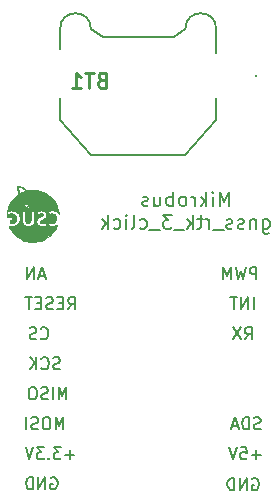
<source format=gbr>
%TF.GenerationSoftware,KiCad,Pcbnew,8.0.2*%
%TF.CreationDate,2024-07-30T13:46:02+02:00*%
%TF.ProjectId,lc29h_mikrobus_PCB,6c633239-685f-46d6-996b-726f6275735f,rev?*%
%TF.SameCoordinates,Original*%
%TF.FileFunction,Legend,Bot*%
%TF.FilePolarity,Positive*%
%FSLAX46Y46*%
G04 Gerber Fmt 4.6, Leading zero omitted, Abs format (unit mm)*
G04 Created by KiCad (PCBNEW 8.0.2) date 2024-07-30 13:46:02*
%MOMM*%
%LPD*%
G01*
G04 APERTURE LIST*
%ADD10C,0.150000*%
%ADD11C,0.180000*%
%ADD12C,0.254000*%
%ADD13C,0.010000*%
%ADD14C,0.200000*%
%ADD15C,0.100000*%
G04 APERTURE END LIST*
D10*
X146954904Y-92573438D02*
X147050142Y-92525819D01*
X147050142Y-92525819D02*
X147192999Y-92525819D01*
X147192999Y-92525819D02*
X147335856Y-92573438D01*
X147335856Y-92573438D02*
X147431094Y-92668676D01*
X147431094Y-92668676D02*
X147478713Y-92763914D01*
X147478713Y-92763914D02*
X147526332Y-92954390D01*
X147526332Y-92954390D02*
X147526332Y-93097247D01*
X147526332Y-93097247D02*
X147478713Y-93287723D01*
X147478713Y-93287723D02*
X147431094Y-93382961D01*
X147431094Y-93382961D02*
X147335856Y-93478200D01*
X147335856Y-93478200D02*
X147192999Y-93525819D01*
X147192999Y-93525819D02*
X147097761Y-93525819D01*
X147097761Y-93525819D02*
X146954904Y-93478200D01*
X146954904Y-93478200D02*
X146907285Y-93430580D01*
X146907285Y-93430580D02*
X146907285Y-93097247D01*
X146907285Y-93097247D02*
X147097761Y-93097247D01*
X146478713Y-93525819D02*
X146478713Y-92525819D01*
X146478713Y-92525819D02*
X145907285Y-93525819D01*
X145907285Y-93525819D02*
X145907285Y-92525819D01*
X145431094Y-93525819D02*
X145431094Y-92525819D01*
X145431094Y-92525819D02*
X145192999Y-92525819D01*
X145192999Y-92525819D02*
X145050142Y-92573438D01*
X145050142Y-92573438D02*
X144954904Y-92668676D01*
X144954904Y-92668676D02*
X144907285Y-92763914D01*
X144907285Y-92763914D02*
X144859666Y-92954390D01*
X144859666Y-92954390D02*
X144859666Y-93097247D01*
X144859666Y-93097247D02*
X144907285Y-93287723D01*
X144907285Y-93287723D02*
X144954904Y-93382961D01*
X144954904Y-93382961D02*
X145050142Y-93478200D01*
X145050142Y-93478200D02*
X145192999Y-93525819D01*
X145192999Y-93525819D02*
X145431094Y-93525819D01*
X129053666Y-80660580D02*
X129101285Y-80708200D01*
X129101285Y-80708200D02*
X129244142Y-80755819D01*
X129244142Y-80755819D02*
X129339380Y-80755819D01*
X129339380Y-80755819D02*
X129482237Y-80708200D01*
X129482237Y-80708200D02*
X129577475Y-80612961D01*
X129577475Y-80612961D02*
X129625094Y-80517723D01*
X129625094Y-80517723D02*
X129672713Y-80327247D01*
X129672713Y-80327247D02*
X129672713Y-80184390D01*
X129672713Y-80184390D02*
X129625094Y-79993914D01*
X129625094Y-79993914D02*
X129577475Y-79898676D01*
X129577475Y-79898676D02*
X129482237Y-79803438D01*
X129482237Y-79803438D02*
X129339380Y-79755819D01*
X129339380Y-79755819D02*
X129244142Y-79755819D01*
X129244142Y-79755819D02*
X129101285Y-79803438D01*
X129101285Y-79803438D02*
X129053666Y-79851057D01*
X128672713Y-80708200D02*
X128529856Y-80755819D01*
X128529856Y-80755819D02*
X128291761Y-80755819D01*
X128291761Y-80755819D02*
X128196523Y-80708200D01*
X128196523Y-80708200D02*
X128148904Y-80660580D01*
X128148904Y-80660580D02*
X128101285Y-80565342D01*
X128101285Y-80565342D02*
X128101285Y-80470104D01*
X128101285Y-80470104D02*
X128148904Y-80374866D01*
X128148904Y-80374866D02*
X128196523Y-80327247D01*
X128196523Y-80327247D02*
X128291761Y-80279628D01*
X128291761Y-80279628D02*
X128482237Y-80232009D01*
X128482237Y-80232009D02*
X128577475Y-80184390D01*
X128577475Y-80184390D02*
X128625094Y-80136771D01*
X128625094Y-80136771D02*
X128672713Y-80041533D01*
X128672713Y-80041533D02*
X128672713Y-79946295D01*
X128672713Y-79946295D02*
X128625094Y-79851057D01*
X128625094Y-79851057D02*
X128577475Y-79803438D01*
X128577475Y-79803438D02*
X128482237Y-79755819D01*
X128482237Y-79755819D02*
X128244142Y-79755819D01*
X128244142Y-79755819D02*
X128101285Y-79803438D01*
X147309761Y-75675819D02*
X147309761Y-74675819D01*
X147309761Y-74675819D02*
X146928809Y-74675819D01*
X146928809Y-74675819D02*
X146833571Y-74723438D01*
X146833571Y-74723438D02*
X146785952Y-74771057D01*
X146785952Y-74771057D02*
X146738333Y-74866295D01*
X146738333Y-74866295D02*
X146738333Y-75009152D01*
X146738333Y-75009152D02*
X146785952Y-75104390D01*
X146785952Y-75104390D02*
X146833571Y-75152009D01*
X146833571Y-75152009D02*
X146928809Y-75199628D01*
X146928809Y-75199628D02*
X147309761Y-75199628D01*
X146404999Y-74675819D02*
X146166904Y-75675819D01*
X146166904Y-75675819D02*
X145976428Y-74961533D01*
X145976428Y-74961533D02*
X145785952Y-75675819D01*
X145785952Y-75675819D02*
X145547857Y-74675819D01*
X145166904Y-75675819D02*
X145166904Y-74675819D01*
X145166904Y-74675819D02*
X144833571Y-75390104D01*
X144833571Y-75390104D02*
X144500238Y-74675819D01*
X144500238Y-74675819D02*
X144500238Y-75675819D01*
X147063761Y-78215819D02*
X147063761Y-77215819D01*
X146587571Y-78215819D02*
X146587571Y-77215819D01*
X146587571Y-77215819D02*
X146016143Y-78215819D01*
X146016143Y-78215819D02*
X146016143Y-77215819D01*
X145682809Y-77215819D02*
X145111381Y-77215819D01*
X145397095Y-78215819D02*
X145397095Y-77215819D01*
X131220427Y-85835819D02*
X131220427Y-84835819D01*
X131220427Y-84835819D02*
X130887094Y-85550104D01*
X130887094Y-85550104D02*
X130553761Y-84835819D01*
X130553761Y-84835819D02*
X130553761Y-85835819D01*
X130077570Y-85835819D02*
X130077570Y-84835819D01*
X129648999Y-85788200D02*
X129506142Y-85835819D01*
X129506142Y-85835819D02*
X129268047Y-85835819D01*
X129268047Y-85835819D02*
X129172809Y-85788200D01*
X129172809Y-85788200D02*
X129125190Y-85740580D01*
X129125190Y-85740580D02*
X129077571Y-85645342D01*
X129077571Y-85645342D02*
X129077571Y-85550104D01*
X129077571Y-85550104D02*
X129125190Y-85454866D01*
X129125190Y-85454866D02*
X129172809Y-85407247D01*
X129172809Y-85407247D02*
X129268047Y-85359628D01*
X129268047Y-85359628D02*
X129458523Y-85312009D01*
X129458523Y-85312009D02*
X129553761Y-85264390D01*
X129553761Y-85264390D02*
X129601380Y-85216771D01*
X129601380Y-85216771D02*
X129648999Y-85121533D01*
X129648999Y-85121533D02*
X129648999Y-85026295D01*
X129648999Y-85026295D02*
X129601380Y-84931057D01*
X129601380Y-84931057D02*
X129553761Y-84883438D01*
X129553761Y-84883438D02*
X129458523Y-84835819D01*
X129458523Y-84835819D02*
X129220428Y-84835819D01*
X129220428Y-84835819D02*
X129077571Y-84883438D01*
X128458523Y-84835819D02*
X128268047Y-84835819D01*
X128268047Y-84835819D02*
X128172809Y-84883438D01*
X128172809Y-84883438D02*
X128077571Y-84978676D01*
X128077571Y-84978676D02*
X128029952Y-85169152D01*
X128029952Y-85169152D02*
X128029952Y-85502485D01*
X128029952Y-85502485D02*
X128077571Y-85692961D01*
X128077571Y-85692961D02*
X128172809Y-85788200D01*
X128172809Y-85788200D02*
X128268047Y-85835819D01*
X128268047Y-85835819D02*
X128458523Y-85835819D01*
X128458523Y-85835819D02*
X128553761Y-85788200D01*
X128553761Y-85788200D02*
X128648999Y-85692961D01*
X128648999Y-85692961D02*
X128696618Y-85502485D01*
X128696618Y-85502485D02*
X128696618Y-85169152D01*
X128696618Y-85169152D02*
X128648999Y-84978676D01*
X128648999Y-84978676D02*
X128553761Y-84883438D01*
X128553761Y-84883438D02*
X128458523Y-84835819D01*
X130966427Y-88375819D02*
X130966427Y-87375819D01*
X130966427Y-87375819D02*
X130633094Y-88090104D01*
X130633094Y-88090104D02*
X130299761Y-87375819D01*
X130299761Y-87375819D02*
X130299761Y-88375819D01*
X129633094Y-87375819D02*
X129442618Y-87375819D01*
X129442618Y-87375819D02*
X129347380Y-87423438D01*
X129347380Y-87423438D02*
X129252142Y-87518676D01*
X129252142Y-87518676D02*
X129204523Y-87709152D01*
X129204523Y-87709152D02*
X129204523Y-88042485D01*
X129204523Y-88042485D02*
X129252142Y-88232961D01*
X129252142Y-88232961D02*
X129347380Y-88328200D01*
X129347380Y-88328200D02*
X129442618Y-88375819D01*
X129442618Y-88375819D02*
X129633094Y-88375819D01*
X129633094Y-88375819D02*
X129728332Y-88328200D01*
X129728332Y-88328200D02*
X129823570Y-88232961D01*
X129823570Y-88232961D02*
X129871189Y-88042485D01*
X129871189Y-88042485D02*
X129871189Y-87709152D01*
X129871189Y-87709152D02*
X129823570Y-87518676D01*
X129823570Y-87518676D02*
X129728332Y-87423438D01*
X129728332Y-87423438D02*
X129633094Y-87375819D01*
X128823570Y-88328200D02*
X128680713Y-88375819D01*
X128680713Y-88375819D02*
X128442618Y-88375819D01*
X128442618Y-88375819D02*
X128347380Y-88328200D01*
X128347380Y-88328200D02*
X128299761Y-88280580D01*
X128299761Y-88280580D02*
X128252142Y-88185342D01*
X128252142Y-88185342D02*
X128252142Y-88090104D01*
X128252142Y-88090104D02*
X128299761Y-87994866D01*
X128299761Y-87994866D02*
X128347380Y-87947247D01*
X128347380Y-87947247D02*
X128442618Y-87899628D01*
X128442618Y-87899628D02*
X128633094Y-87852009D01*
X128633094Y-87852009D02*
X128728332Y-87804390D01*
X128728332Y-87804390D02*
X128775951Y-87756771D01*
X128775951Y-87756771D02*
X128823570Y-87661533D01*
X128823570Y-87661533D02*
X128823570Y-87566295D01*
X128823570Y-87566295D02*
X128775951Y-87471057D01*
X128775951Y-87471057D02*
X128728332Y-87423438D01*
X128728332Y-87423438D02*
X128633094Y-87375819D01*
X128633094Y-87375819D02*
X128394999Y-87375819D01*
X128394999Y-87375819D02*
X128252142Y-87423438D01*
X127823570Y-88375819D02*
X127823570Y-87375819D01*
X129394904Y-75390104D02*
X128918714Y-75390104D01*
X129490142Y-75675819D02*
X129156809Y-74675819D01*
X129156809Y-74675819D02*
X128823476Y-75675819D01*
X128490142Y-75675819D02*
X128490142Y-74675819D01*
X128490142Y-74675819D02*
X127918714Y-75675819D01*
X127918714Y-75675819D02*
X127918714Y-74675819D01*
X147678713Y-90534866D02*
X146916809Y-90534866D01*
X147297761Y-90915819D02*
X147297761Y-90153914D01*
X145964428Y-89915819D02*
X146440618Y-89915819D01*
X146440618Y-89915819D02*
X146488237Y-90392009D01*
X146488237Y-90392009D02*
X146440618Y-90344390D01*
X146440618Y-90344390D02*
X146345380Y-90296771D01*
X146345380Y-90296771D02*
X146107285Y-90296771D01*
X146107285Y-90296771D02*
X146012047Y-90344390D01*
X146012047Y-90344390D02*
X145964428Y-90392009D01*
X145964428Y-90392009D02*
X145916809Y-90487247D01*
X145916809Y-90487247D02*
X145916809Y-90725342D01*
X145916809Y-90725342D02*
X145964428Y-90820580D01*
X145964428Y-90820580D02*
X146012047Y-90868200D01*
X146012047Y-90868200D02*
X146107285Y-90915819D01*
X146107285Y-90915819D02*
X146345380Y-90915819D01*
X146345380Y-90915819D02*
X146440618Y-90868200D01*
X146440618Y-90868200D02*
X146488237Y-90820580D01*
X145631094Y-89915819D02*
X145297761Y-90915819D01*
X145297761Y-90915819D02*
X144964428Y-89915819D01*
X130680713Y-83248200D02*
X130537856Y-83295819D01*
X130537856Y-83295819D02*
X130299761Y-83295819D01*
X130299761Y-83295819D02*
X130204523Y-83248200D01*
X130204523Y-83248200D02*
X130156904Y-83200580D01*
X130156904Y-83200580D02*
X130109285Y-83105342D01*
X130109285Y-83105342D02*
X130109285Y-83010104D01*
X130109285Y-83010104D02*
X130156904Y-82914866D01*
X130156904Y-82914866D02*
X130204523Y-82867247D01*
X130204523Y-82867247D02*
X130299761Y-82819628D01*
X130299761Y-82819628D02*
X130490237Y-82772009D01*
X130490237Y-82772009D02*
X130585475Y-82724390D01*
X130585475Y-82724390D02*
X130633094Y-82676771D01*
X130633094Y-82676771D02*
X130680713Y-82581533D01*
X130680713Y-82581533D02*
X130680713Y-82486295D01*
X130680713Y-82486295D02*
X130633094Y-82391057D01*
X130633094Y-82391057D02*
X130585475Y-82343438D01*
X130585475Y-82343438D02*
X130490237Y-82295819D01*
X130490237Y-82295819D02*
X130252142Y-82295819D01*
X130252142Y-82295819D02*
X130109285Y-82343438D01*
X129109285Y-83200580D02*
X129156904Y-83248200D01*
X129156904Y-83248200D02*
X129299761Y-83295819D01*
X129299761Y-83295819D02*
X129394999Y-83295819D01*
X129394999Y-83295819D02*
X129537856Y-83248200D01*
X129537856Y-83248200D02*
X129633094Y-83152961D01*
X129633094Y-83152961D02*
X129680713Y-83057723D01*
X129680713Y-83057723D02*
X129728332Y-82867247D01*
X129728332Y-82867247D02*
X129728332Y-82724390D01*
X129728332Y-82724390D02*
X129680713Y-82533914D01*
X129680713Y-82533914D02*
X129633094Y-82438676D01*
X129633094Y-82438676D02*
X129537856Y-82343438D01*
X129537856Y-82343438D02*
X129394999Y-82295819D01*
X129394999Y-82295819D02*
X129299761Y-82295819D01*
X129299761Y-82295819D02*
X129156904Y-82343438D01*
X129156904Y-82343438D02*
X129109285Y-82391057D01*
X128680713Y-83295819D02*
X128680713Y-82295819D01*
X128109285Y-83295819D02*
X128537856Y-82724390D01*
X128109285Y-82295819D02*
X128680713Y-82867247D01*
X146325666Y-80755819D02*
X146658999Y-80279628D01*
X146897094Y-80755819D02*
X146897094Y-79755819D01*
X146897094Y-79755819D02*
X146516142Y-79755819D01*
X146516142Y-79755819D02*
X146420904Y-79803438D01*
X146420904Y-79803438D02*
X146373285Y-79851057D01*
X146373285Y-79851057D02*
X146325666Y-79946295D01*
X146325666Y-79946295D02*
X146325666Y-80089152D01*
X146325666Y-80089152D02*
X146373285Y-80184390D01*
X146373285Y-80184390D02*
X146420904Y-80232009D01*
X146420904Y-80232009D02*
X146516142Y-80279628D01*
X146516142Y-80279628D02*
X146897094Y-80279628D01*
X145992332Y-79755819D02*
X145325666Y-80755819D01*
X145325666Y-79755819D02*
X145992332Y-80755819D01*
D11*
X144990142Y-69466816D02*
X144990142Y-68266816D01*
X144990142Y-68266816D02*
X144590142Y-69123959D01*
X144590142Y-69123959D02*
X144190142Y-68266816D01*
X144190142Y-68266816D02*
X144190142Y-69466816D01*
X143618713Y-69466816D02*
X143618713Y-68666816D01*
X143618713Y-68266816D02*
X143675856Y-68323959D01*
X143675856Y-68323959D02*
X143618713Y-68381102D01*
X143618713Y-68381102D02*
X143561570Y-68323959D01*
X143561570Y-68323959D02*
X143618713Y-68266816D01*
X143618713Y-68266816D02*
X143618713Y-68381102D01*
X143047284Y-69466816D02*
X143047284Y-68266816D01*
X142932999Y-69009674D02*
X142590141Y-69466816D01*
X142590141Y-68666816D02*
X143047284Y-69123959D01*
X142075855Y-69466816D02*
X142075855Y-68666816D01*
X142075855Y-68895388D02*
X142018712Y-68781102D01*
X142018712Y-68781102D02*
X141961570Y-68723959D01*
X141961570Y-68723959D02*
X141847284Y-68666816D01*
X141847284Y-68666816D02*
X141732998Y-68666816D01*
X141161570Y-69466816D02*
X141275855Y-69409674D01*
X141275855Y-69409674D02*
X141332998Y-69352531D01*
X141332998Y-69352531D02*
X141390141Y-69238245D01*
X141390141Y-69238245D02*
X141390141Y-68895388D01*
X141390141Y-68895388D02*
X141332998Y-68781102D01*
X141332998Y-68781102D02*
X141275855Y-68723959D01*
X141275855Y-68723959D02*
X141161570Y-68666816D01*
X141161570Y-68666816D02*
X140990141Y-68666816D01*
X140990141Y-68666816D02*
X140875855Y-68723959D01*
X140875855Y-68723959D02*
X140818713Y-68781102D01*
X140818713Y-68781102D02*
X140761570Y-68895388D01*
X140761570Y-68895388D02*
X140761570Y-69238245D01*
X140761570Y-69238245D02*
X140818713Y-69352531D01*
X140818713Y-69352531D02*
X140875855Y-69409674D01*
X140875855Y-69409674D02*
X140990141Y-69466816D01*
X140990141Y-69466816D02*
X141161570Y-69466816D01*
X140247284Y-69466816D02*
X140247284Y-68266816D01*
X140247284Y-68723959D02*
X140132999Y-68666816D01*
X140132999Y-68666816D02*
X139904427Y-68666816D01*
X139904427Y-68666816D02*
X139790141Y-68723959D01*
X139790141Y-68723959D02*
X139732999Y-68781102D01*
X139732999Y-68781102D02*
X139675856Y-68895388D01*
X139675856Y-68895388D02*
X139675856Y-69238245D01*
X139675856Y-69238245D02*
X139732999Y-69352531D01*
X139732999Y-69352531D02*
X139790141Y-69409674D01*
X139790141Y-69409674D02*
X139904427Y-69466816D01*
X139904427Y-69466816D02*
X140132999Y-69466816D01*
X140132999Y-69466816D02*
X140247284Y-69409674D01*
X138647285Y-68666816D02*
X138647285Y-69466816D01*
X139161570Y-68666816D02*
X139161570Y-69295388D01*
X139161570Y-69295388D02*
X139104427Y-69409674D01*
X139104427Y-69409674D02*
X138990142Y-69466816D01*
X138990142Y-69466816D02*
X138818713Y-69466816D01*
X138818713Y-69466816D02*
X138704427Y-69409674D01*
X138704427Y-69409674D02*
X138647285Y-69352531D01*
X138132999Y-69409674D02*
X138018713Y-69466816D01*
X138018713Y-69466816D02*
X137790142Y-69466816D01*
X137790142Y-69466816D02*
X137675856Y-69409674D01*
X137675856Y-69409674D02*
X137618713Y-69295388D01*
X137618713Y-69295388D02*
X137618713Y-69238245D01*
X137618713Y-69238245D02*
X137675856Y-69123959D01*
X137675856Y-69123959D02*
X137790142Y-69066816D01*
X137790142Y-69066816D02*
X137961571Y-69066816D01*
X137961571Y-69066816D02*
X138075856Y-69009674D01*
X138075856Y-69009674D02*
X138132999Y-68895388D01*
X138132999Y-68895388D02*
X138132999Y-68838245D01*
X138132999Y-68838245D02*
X138075856Y-68723959D01*
X138075856Y-68723959D02*
X137961571Y-68666816D01*
X137961571Y-68666816D02*
X137790142Y-68666816D01*
X137790142Y-68666816D02*
X137675856Y-68723959D01*
X147847286Y-70598749D02*
X147847286Y-71570178D01*
X147847286Y-71570178D02*
X147904428Y-71684464D01*
X147904428Y-71684464D02*
X147961571Y-71741607D01*
X147961571Y-71741607D02*
X148075857Y-71798749D01*
X148075857Y-71798749D02*
X148247286Y-71798749D01*
X148247286Y-71798749D02*
X148361571Y-71741607D01*
X147847286Y-71341607D02*
X147961571Y-71398749D01*
X147961571Y-71398749D02*
X148190143Y-71398749D01*
X148190143Y-71398749D02*
X148304428Y-71341607D01*
X148304428Y-71341607D02*
X148361571Y-71284464D01*
X148361571Y-71284464D02*
X148418714Y-71170178D01*
X148418714Y-71170178D02*
X148418714Y-70827321D01*
X148418714Y-70827321D02*
X148361571Y-70713035D01*
X148361571Y-70713035D02*
X148304428Y-70655892D01*
X148304428Y-70655892D02*
X148190143Y-70598749D01*
X148190143Y-70598749D02*
X147961571Y-70598749D01*
X147961571Y-70598749D02*
X147847286Y-70655892D01*
X147275857Y-70598749D02*
X147275857Y-71398749D01*
X147275857Y-70713035D02*
X147218714Y-70655892D01*
X147218714Y-70655892D02*
X147104429Y-70598749D01*
X147104429Y-70598749D02*
X146933000Y-70598749D01*
X146933000Y-70598749D02*
X146818714Y-70655892D01*
X146818714Y-70655892D02*
X146761572Y-70770178D01*
X146761572Y-70770178D02*
X146761572Y-71398749D01*
X146247286Y-71341607D02*
X146133000Y-71398749D01*
X146133000Y-71398749D02*
X145904429Y-71398749D01*
X145904429Y-71398749D02*
X145790143Y-71341607D01*
X145790143Y-71341607D02*
X145733000Y-71227321D01*
X145733000Y-71227321D02*
X145733000Y-71170178D01*
X145733000Y-71170178D02*
X145790143Y-71055892D01*
X145790143Y-71055892D02*
X145904429Y-70998749D01*
X145904429Y-70998749D02*
X146075858Y-70998749D01*
X146075858Y-70998749D02*
X146190143Y-70941607D01*
X146190143Y-70941607D02*
X146247286Y-70827321D01*
X146247286Y-70827321D02*
X146247286Y-70770178D01*
X146247286Y-70770178D02*
X146190143Y-70655892D01*
X146190143Y-70655892D02*
X146075858Y-70598749D01*
X146075858Y-70598749D02*
X145904429Y-70598749D01*
X145904429Y-70598749D02*
X145790143Y-70655892D01*
X145275857Y-71341607D02*
X145161571Y-71398749D01*
X145161571Y-71398749D02*
X144933000Y-71398749D01*
X144933000Y-71398749D02*
X144818714Y-71341607D01*
X144818714Y-71341607D02*
X144761571Y-71227321D01*
X144761571Y-71227321D02*
X144761571Y-71170178D01*
X144761571Y-71170178D02*
X144818714Y-71055892D01*
X144818714Y-71055892D02*
X144933000Y-70998749D01*
X144933000Y-70998749D02*
X145104429Y-70998749D01*
X145104429Y-70998749D02*
X145218714Y-70941607D01*
X145218714Y-70941607D02*
X145275857Y-70827321D01*
X145275857Y-70827321D02*
X145275857Y-70770178D01*
X145275857Y-70770178D02*
X145218714Y-70655892D01*
X145218714Y-70655892D02*
X145104429Y-70598749D01*
X145104429Y-70598749D02*
X144933000Y-70598749D01*
X144933000Y-70598749D02*
X144818714Y-70655892D01*
X144533000Y-71513035D02*
X143618714Y-71513035D01*
X143332999Y-71398749D02*
X143332999Y-70598749D01*
X143332999Y-70827321D02*
X143275856Y-70713035D01*
X143275856Y-70713035D02*
X143218714Y-70655892D01*
X143218714Y-70655892D02*
X143104428Y-70598749D01*
X143104428Y-70598749D02*
X142990142Y-70598749D01*
X142761571Y-70598749D02*
X142304428Y-70598749D01*
X142590142Y-70198749D02*
X142590142Y-71227321D01*
X142590142Y-71227321D02*
X142532999Y-71341607D01*
X142532999Y-71341607D02*
X142418714Y-71398749D01*
X142418714Y-71398749D02*
X142304428Y-71398749D01*
X141904428Y-71398749D02*
X141904428Y-70198749D01*
X141790143Y-70941607D02*
X141447285Y-71398749D01*
X141447285Y-70598749D02*
X141904428Y-71055892D01*
X141218714Y-71513035D02*
X140304428Y-71513035D01*
X140132999Y-70198749D02*
X139390142Y-70198749D01*
X139390142Y-70198749D02*
X139790142Y-70655892D01*
X139790142Y-70655892D02*
X139618713Y-70655892D01*
X139618713Y-70655892D02*
X139504428Y-70713035D01*
X139504428Y-70713035D02*
X139447285Y-70770178D01*
X139447285Y-70770178D02*
X139390142Y-70884464D01*
X139390142Y-70884464D02*
X139390142Y-71170178D01*
X139390142Y-71170178D02*
X139447285Y-71284464D01*
X139447285Y-71284464D02*
X139504428Y-71341607D01*
X139504428Y-71341607D02*
X139618713Y-71398749D01*
X139618713Y-71398749D02*
X139961570Y-71398749D01*
X139961570Y-71398749D02*
X140075856Y-71341607D01*
X140075856Y-71341607D02*
X140132999Y-71284464D01*
X139161571Y-71513035D02*
X138247285Y-71513035D01*
X137447285Y-71341607D02*
X137561570Y-71398749D01*
X137561570Y-71398749D02*
X137790142Y-71398749D01*
X137790142Y-71398749D02*
X137904427Y-71341607D01*
X137904427Y-71341607D02*
X137961570Y-71284464D01*
X137961570Y-71284464D02*
X138018713Y-71170178D01*
X138018713Y-71170178D02*
X138018713Y-70827321D01*
X138018713Y-70827321D02*
X137961570Y-70713035D01*
X137961570Y-70713035D02*
X137904427Y-70655892D01*
X137904427Y-70655892D02*
X137790142Y-70598749D01*
X137790142Y-70598749D02*
X137561570Y-70598749D01*
X137561570Y-70598749D02*
X137447285Y-70655892D01*
X136761571Y-71398749D02*
X136875856Y-71341607D01*
X136875856Y-71341607D02*
X136932999Y-71227321D01*
X136932999Y-71227321D02*
X136932999Y-70198749D01*
X136304428Y-71398749D02*
X136304428Y-70598749D01*
X136304428Y-70198749D02*
X136361571Y-70255892D01*
X136361571Y-70255892D02*
X136304428Y-70313035D01*
X136304428Y-70313035D02*
X136247285Y-70255892D01*
X136247285Y-70255892D02*
X136304428Y-70198749D01*
X136304428Y-70198749D02*
X136304428Y-70313035D01*
X135218714Y-71341607D02*
X135332999Y-71398749D01*
X135332999Y-71398749D02*
X135561571Y-71398749D01*
X135561571Y-71398749D02*
X135675856Y-71341607D01*
X135675856Y-71341607D02*
X135732999Y-71284464D01*
X135732999Y-71284464D02*
X135790142Y-71170178D01*
X135790142Y-71170178D02*
X135790142Y-70827321D01*
X135790142Y-70827321D02*
X135732999Y-70713035D01*
X135732999Y-70713035D02*
X135675856Y-70655892D01*
X135675856Y-70655892D02*
X135561571Y-70598749D01*
X135561571Y-70598749D02*
X135332999Y-70598749D01*
X135332999Y-70598749D02*
X135218714Y-70655892D01*
X134704428Y-71398749D02*
X134704428Y-70198749D01*
X134590143Y-70941607D02*
X134247285Y-71398749D01*
X134247285Y-70598749D02*
X134704428Y-71055892D01*
D10*
X129902904Y-92503438D02*
X129998142Y-92455819D01*
X129998142Y-92455819D02*
X130140999Y-92455819D01*
X130140999Y-92455819D02*
X130283856Y-92503438D01*
X130283856Y-92503438D02*
X130379094Y-92598676D01*
X130379094Y-92598676D02*
X130426713Y-92693914D01*
X130426713Y-92693914D02*
X130474332Y-92884390D01*
X130474332Y-92884390D02*
X130474332Y-93027247D01*
X130474332Y-93027247D02*
X130426713Y-93217723D01*
X130426713Y-93217723D02*
X130379094Y-93312961D01*
X130379094Y-93312961D02*
X130283856Y-93408200D01*
X130283856Y-93408200D02*
X130140999Y-93455819D01*
X130140999Y-93455819D02*
X130045761Y-93455819D01*
X130045761Y-93455819D02*
X129902904Y-93408200D01*
X129902904Y-93408200D02*
X129855285Y-93360580D01*
X129855285Y-93360580D02*
X129855285Y-93027247D01*
X129855285Y-93027247D02*
X130045761Y-93027247D01*
X129426713Y-93455819D02*
X129426713Y-92455819D01*
X129426713Y-92455819D02*
X128855285Y-93455819D01*
X128855285Y-93455819D02*
X128855285Y-92455819D01*
X128379094Y-93455819D02*
X128379094Y-92455819D01*
X128379094Y-92455819D02*
X128140999Y-92455819D01*
X128140999Y-92455819D02*
X127998142Y-92503438D01*
X127998142Y-92503438D02*
X127902904Y-92598676D01*
X127902904Y-92598676D02*
X127855285Y-92693914D01*
X127855285Y-92693914D02*
X127807666Y-92884390D01*
X127807666Y-92884390D02*
X127807666Y-93027247D01*
X127807666Y-93027247D02*
X127855285Y-93217723D01*
X127855285Y-93217723D02*
X127902904Y-93312961D01*
X127902904Y-93312961D02*
X127998142Y-93408200D01*
X127998142Y-93408200D02*
X128140999Y-93455819D01*
X128140999Y-93455819D02*
X128379094Y-93455819D01*
X131355381Y-78215819D02*
X131688714Y-77739628D01*
X131926809Y-78215819D02*
X131926809Y-77215819D01*
X131926809Y-77215819D02*
X131545857Y-77215819D01*
X131545857Y-77215819D02*
X131450619Y-77263438D01*
X131450619Y-77263438D02*
X131403000Y-77311057D01*
X131403000Y-77311057D02*
X131355381Y-77406295D01*
X131355381Y-77406295D02*
X131355381Y-77549152D01*
X131355381Y-77549152D02*
X131403000Y-77644390D01*
X131403000Y-77644390D02*
X131450619Y-77692009D01*
X131450619Y-77692009D02*
X131545857Y-77739628D01*
X131545857Y-77739628D02*
X131926809Y-77739628D01*
X130926809Y-77692009D02*
X130593476Y-77692009D01*
X130450619Y-78215819D02*
X130926809Y-78215819D01*
X130926809Y-78215819D02*
X130926809Y-77215819D01*
X130926809Y-77215819D02*
X130450619Y-77215819D01*
X130069666Y-78168200D02*
X129926809Y-78215819D01*
X129926809Y-78215819D02*
X129688714Y-78215819D01*
X129688714Y-78215819D02*
X129593476Y-78168200D01*
X129593476Y-78168200D02*
X129545857Y-78120580D01*
X129545857Y-78120580D02*
X129498238Y-78025342D01*
X129498238Y-78025342D02*
X129498238Y-77930104D01*
X129498238Y-77930104D02*
X129545857Y-77834866D01*
X129545857Y-77834866D02*
X129593476Y-77787247D01*
X129593476Y-77787247D02*
X129688714Y-77739628D01*
X129688714Y-77739628D02*
X129879190Y-77692009D01*
X129879190Y-77692009D02*
X129974428Y-77644390D01*
X129974428Y-77644390D02*
X130022047Y-77596771D01*
X130022047Y-77596771D02*
X130069666Y-77501533D01*
X130069666Y-77501533D02*
X130069666Y-77406295D01*
X130069666Y-77406295D02*
X130022047Y-77311057D01*
X130022047Y-77311057D02*
X129974428Y-77263438D01*
X129974428Y-77263438D02*
X129879190Y-77215819D01*
X129879190Y-77215819D02*
X129641095Y-77215819D01*
X129641095Y-77215819D02*
X129498238Y-77263438D01*
X129069666Y-77692009D02*
X128736333Y-77692009D01*
X128593476Y-78215819D02*
X129069666Y-78215819D01*
X129069666Y-78215819D02*
X129069666Y-77215819D01*
X129069666Y-77215819D02*
X128593476Y-77215819D01*
X128307761Y-77215819D02*
X127736333Y-77215819D01*
X128022047Y-78215819D02*
X128022047Y-77215819D01*
X147657285Y-88328200D02*
X147514428Y-88375819D01*
X147514428Y-88375819D02*
X147276333Y-88375819D01*
X147276333Y-88375819D02*
X147181095Y-88328200D01*
X147181095Y-88328200D02*
X147133476Y-88280580D01*
X147133476Y-88280580D02*
X147085857Y-88185342D01*
X147085857Y-88185342D02*
X147085857Y-88090104D01*
X147085857Y-88090104D02*
X147133476Y-87994866D01*
X147133476Y-87994866D02*
X147181095Y-87947247D01*
X147181095Y-87947247D02*
X147276333Y-87899628D01*
X147276333Y-87899628D02*
X147466809Y-87852009D01*
X147466809Y-87852009D02*
X147562047Y-87804390D01*
X147562047Y-87804390D02*
X147609666Y-87756771D01*
X147609666Y-87756771D02*
X147657285Y-87661533D01*
X147657285Y-87661533D02*
X147657285Y-87566295D01*
X147657285Y-87566295D02*
X147609666Y-87471057D01*
X147609666Y-87471057D02*
X147562047Y-87423438D01*
X147562047Y-87423438D02*
X147466809Y-87375819D01*
X147466809Y-87375819D02*
X147228714Y-87375819D01*
X147228714Y-87375819D02*
X147085857Y-87423438D01*
X146657285Y-88375819D02*
X146657285Y-87375819D01*
X146657285Y-87375819D02*
X146419190Y-87375819D01*
X146419190Y-87375819D02*
X146276333Y-87423438D01*
X146276333Y-87423438D02*
X146181095Y-87518676D01*
X146181095Y-87518676D02*
X146133476Y-87613914D01*
X146133476Y-87613914D02*
X146085857Y-87804390D01*
X146085857Y-87804390D02*
X146085857Y-87947247D01*
X146085857Y-87947247D02*
X146133476Y-88137723D01*
X146133476Y-88137723D02*
X146181095Y-88232961D01*
X146181095Y-88232961D02*
X146276333Y-88328200D01*
X146276333Y-88328200D02*
X146419190Y-88375819D01*
X146419190Y-88375819D02*
X146657285Y-88375819D01*
X145704904Y-88090104D02*
X145228714Y-88090104D01*
X145800142Y-88375819D02*
X145466809Y-87375819D01*
X145466809Y-87375819D02*
X145133476Y-88375819D01*
X131902999Y-90534866D02*
X131141095Y-90534866D01*
X131522047Y-90915819D02*
X131522047Y-90153914D01*
X130760142Y-89915819D02*
X130141095Y-89915819D01*
X130141095Y-89915819D02*
X130474428Y-90296771D01*
X130474428Y-90296771D02*
X130331571Y-90296771D01*
X130331571Y-90296771D02*
X130236333Y-90344390D01*
X130236333Y-90344390D02*
X130188714Y-90392009D01*
X130188714Y-90392009D02*
X130141095Y-90487247D01*
X130141095Y-90487247D02*
X130141095Y-90725342D01*
X130141095Y-90725342D02*
X130188714Y-90820580D01*
X130188714Y-90820580D02*
X130236333Y-90868200D01*
X130236333Y-90868200D02*
X130331571Y-90915819D01*
X130331571Y-90915819D02*
X130617285Y-90915819D01*
X130617285Y-90915819D02*
X130712523Y-90868200D01*
X130712523Y-90868200D02*
X130760142Y-90820580D01*
X129712523Y-90820580D02*
X129664904Y-90868200D01*
X129664904Y-90868200D02*
X129712523Y-90915819D01*
X129712523Y-90915819D02*
X129760142Y-90868200D01*
X129760142Y-90868200D02*
X129712523Y-90820580D01*
X129712523Y-90820580D02*
X129712523Y-90915819D01*
X129331571Y-89915819D02*
X128712524Y-89915819D01*
X128712524Y-89915819D02*
X129045857Y-90296771D01*
X129045857Y-90296771D02*
X128903000Y-90296771D01*
X128903000Y-90296771D02*
X128807762Y-90344390D01*
X128807762Y-90344390D02*
X128760143Y-90392009D01*
X128760143Y-90392009D02*
X128712524Y-90487247D01*
X128712524Y-90487247D02*
X128712524Y-90725342D01*
X128712524Y-90725342D02*
X128760143Y-90820580D01*
X128760143Y-90820580D02*
X128807762Y-90868200D01*
X128807762Y-90868200D02*
X128903000Y-90915819D01*
X128903000Y-90915819D02*
X129188714Y-90915819D01*
X129188714Y-90915819D02*
X129283952Y-90868200D01*
X129283952Y-90868200D02*
X129331571Y-90820580D01*
X128426809Y-89915819D02*
X128093476Y-90915819D01*
X128093476Y-90915819D02*
X127760143Y-89915819D01*
D12*
X134190856Y-58790080D02*
X134009428Y-58850556D01*
X134009428Y-58850556D02*
X133948951Y-58911032D01*
X133948951Y-58911032D02*
X133888475Y-59031984D01*
X133888475Y-59031984D02*
X133888475Y-59213413D01*
X133888475Y-59213413D02*
X133948951Y-59334365D01*
X133948951Y-59334365D02*
X134009428Y-59394842D01*
X134009428Y-59394842D02*
X134130380Y-59455318D01*
X134130380Y-59455318D02*
X134614190Y-59455318D01*
X134614190Y-59455318D02*
X134614190Y-58185318D01*
X134614190Y-58185318D02*
X134190856Y-58185318D01*
X134190856Y-58185318D02*
X134069904Y-58245794D01*
X134069904Y-58245794D02*
X134009428Y-58306270D01*
X134009428Y-58306270D02*
X133948951Y-58427222D01*
X133948951Y-58427222D02*
X133948951Y-58548175D01*
X133948951Y-58548175D02*
X134009428Y-58669127D01*
X134009428Y-58669127D02*
X134069904Y-58729603D01*
X134069904Y-58729603D02*
X134190856Y-58790080D01*
X134190856Y-58790080D02*
X134614190Y-58790080D01*
X133525618Y-58185318D02*
X132799904Y-58185318D01*
X133162761Y-59455318D02*
X133162761Y-58185318D01*
X131711332Y-59455318D02*
X132437047Y-59455318D01*
X132074190Y-59455318D02*
X132074190Y-58185318D01*
X132074190Y-58185318D02*
X132195142Y-58366746D01*
X132195142Y-58366746D02*
X132316094Y-58487699D01*
X132316094Y-58487699D02*
X132437047Y-58548175D01*
D13*
%TO.C,G\u002A\u002A\u002A*%
X127209618Y-67762424D02*
X127290049Y-67785144D01*
X127383496Y-67828900D01*
X127485405Y-67891051D01*
X127591217Y-67968960D01*
X127696375Y-68059988D01*
X127767813Y-68126859D01*
X127672563Y-68064536D01*
X127569742Y-68000294D01*
X127463047Y-67940178D01*
X127366482Y-67892567D01*
X127284962Y-67859869D01*
X127223403Y-67844491D01*
X127200452Y-67841989D01*
X127161752Y-67841053D01*
X127140002Y-67849671D01*
X127125060Y-67870529D01*
X127116197Y-67902278D01*
X127118287Y-67966769D01*
X127136281Y-68052337D01*
X127169436Y-68155724D01*
X127217009Y-68273673D01*
X127223652Y-68288840D01*
X127242126Y-68333625D01*
X127248495Y-68359743D01*
X127243548Y-68375391D01*
X127228074Y-68388767D01*
X127205928Y-68403315D01*
X127182034Y-68408596D01*
X127167296Y-68390781D01*
X127150254Y-68351026D01*
X127101411Y-68229822D01*
X127066854Y-68129724D01*
X127045060Y-68045947D01*
X127034505Y-67973709D01*
X127033217Y-67957189D01*
X127030561Y-67903086D01*
X127034127Y-67867646D01*
X127046111Y-67840428D01*
X127068706Y-67810991D01*
X127093735Y-67784499D01*
X127128972Y-67764634D01*
X127177880Y-67759762D01*
X127209618Y-67762424D01*
G36*
X127209618Y-67762424D02*
G01*
X127290049Y-67785144D01*
X127383496Y-67828900D01*
X127485405Y-67891051D01*
X127591217Y-67968960D01*
X127696375Y-68059988D01*
X127767813Y-68126859D01*
X127672563Y-68064536D01*
X127569742Y-68000294D01*
X127463047Y-67940178D01*
X127366482Y-67892567D01*
X127284962Y-67859869D01*
X127223403Y-67844491D01*
X127200452Y-67841989D01*
X127161752Y-67841053D01*
X127140002Y-67849671D01*
X127125060Y-67870529D01*
X127116197Y-67902278D01*
X127118287Y-67966769D01*
X127136281Y-68052337D01*
X127169436Y-68155724D01*
X127217009Y-68273673D01*
X127223652Y-68288840D01*
X127242126Y-68333625D01*
X127248495Y-68359743D01*
X127243548Y-68375391D01*
X127228074Y-68388767D01*
X127205928Y-68403315D01*
X127182034Y-68408596D01*
X127167296Y-68390781D01*
X127150254Y-68351026D01*
X127101411Y-68229822D01*
X127066854Y-68129724D01*
X127045060Y-68045947D01*
X127034505Y-67973709D01*
X127033217Y-67957189D01*
X127030561Y-67903086D01*
X127034127Y-67867646D01*
X127046111Y-67840428D01*
X127068706Y-67810991D01*
X127093735Y-67784499D01*
X127128972Y-67764634D01*
X127177880Y-67759762D01*
X127209618Y-67762424D01*
G37*
X130427875Y-69481255D02*
X130453398Y-69540414D01*
X130529546Y-69794906D01*
X130576956Y-70061625D01*
X130587438Y-70148937D01*
X130548784Y-70096888D01*
X130547072Y-70094596D01*
X130456871Y-70000160D01*
X130345826Y-69926514D01*
X130218036Y-69874890D01*
X130077597Y-69846519D01*
X129928608Y-69842632D01*
X129775166Y-69864459D01*
X129725472Y-69876067D01*
X129687179Y-69888222D01*
X129670214Y-69902740D01*
X129669250Y-69924914D01*
X129678956Y-69960037D01*
X129681292Y-69967760D01*
X129695735Y-70017510D01*
X129710776Y-70071636D01*
X129728515Y-70137210D01*
X129787976Y-70115989D01*
X129812844Y-70108896D01*
X129883205Y-70098311D01*
X129964867Y-70094567D01*
X130044272Y-70097967D01*
X130107866Y-70108817D01*
X130150094Y-70123746D01*
X130234247Y-70175971D01*
X130297831Y-70251628D01*
X130339991Y-70349496D01*
X130359873Y-70468357D01*
X130359602Y-70554490D01*
X130338084Y-70664879D01*
X130292628Y-70757218D01*
X130224354Y-70829464D01*
X130134382Y-70879575D01*
X130116098Y-70885698D01*
X130057921Y-70896693D01*
X129982466Y-70899969D01*
X129885214Y-70895573D01*
X129761647Y-70883554D01*
X129742181Y-70883494D01*
X129727111Y-70893862D01*
X129715559Y-70921903D01*
X129703135Y-70974437D01*
X129693945Y-71018772D01*
X129685445Y-71063068D01*
X129684219Y-71071003D01*
X129681770Y-71086867D01*
X129686878Y-71098061D01*
X129718489Y-71115434D01*
X129775578Y-71130816D01*
X129854254Y-71143266D01*
X129950625Y-71151844D01*
X129997450Y-71153819D01*
X130140788Y-71146376D01*
X130269081Y-71116241D01*
X130389164Y-71062014D01*
X130470749Y-71015970D01*
X130440645Y-71095196D01*
X130407031Y-71174669D01*
X130360735Y-71271350D01*
X130308034Y-71372755D01*
X130254623Y-71467933D01*
X130206198Y-71545937D01*
X130180010Y-71582867D01*
X130117176Y-71662453D01*
X130041130Y-71750799D01*
X129958883Y-71840154D01*
X129877445Y-71922765D01*
X129803825Y-71990882D01*
X129733401Y-72048886D01*
X129531746Y-72188195D01*
X129311326Y-72305614D01*
X129076932Y-72399120D01*
X128833352Y-72466685D01*
X128585375Y-72506284D01*
X128488047Y-72513184D01*
X128282317Y-72512063D01*
X128069475Y-72492303D01*
X127860872Y-72455194D01*
X127667859Y-72402025D01*
X127491318Y-72333460D01*
X127266861Y-72217897D01*
X127055050Y-72076427D01*
X126859266Y-71911968D01*
X126682888Y-71727436D01*
X126529298Y-71525748D01*
X126401877Y-71309820D01*
X126399976Y-71306086D01*
X126366971Y-71239866D01*
X126340872Y-71184914D01*
X126324271Y-71146858D01*
X126319756Y-71131327D01*
X126322476Y-71130588D01*
X126348687Y-71131050D01*
X126396008Y-71135015D01*
X126456702Y-71141886D01*
X126499089Y-71146441D01*
X126661675Y-71148563D01*
X126809444Y-71125213D01*
X126940705Y-71077166D01*
X127053766Y-71005198D01*
X127146935Y-70910083D01*
X127218520Y-70792599D01*
X127223503Y-70781844D01*
X127239828Y-70742251D01*
X127250402Y-70703884D01*
X127256444Y-70658502D01*
X127259174Y-70597864D01*
X127259813Y-70513728D01*
X127259645Y-70455048D01*
X127258281Y-70397300D01*
X127445061Y-70397300D01*
X127448346Y-70536886D01*
X127455594Y-70651597D01*
X127467087Y-70744633D01*
X127483104Y-70819191D01*
X127503923Y-70878471D01*
X127507378Y-70886065D01*
X127565280Y-70978217D01*
X127642988Y-71055543D01*
X127732227Y-71109664D01*
X127790715Y-71128431D01*
X127879633Y-71144396D01*
X127977147Y-71152262D01*
X128070970Y-71151131D01*
X128148813Y-71140104D01*
X128215169Y-71116383D01*
X128305214Y-71058874D01*
X128381725Y-70979473D01*
X128439658Y-70883805D01*
X128473966Y-70777499D01*
X128476624Y-70755523D01*
X128680974Y-70755523D01*
X128681770Y-70782799D01*
X128700783Y-70887322D01*
X128745902Y-70974936D01*
X128818199Y-71047222D01*
X128918750Y-71105763D01*
X128971090Y-71124895D01*
X129074174Y-71145974D01*
X129189560Y-71153853D01*
X129306746Y-71148059D01*
X129415229Y-71128118D01*
X129416335Y-71127819D01*
X129472183Y-71111140D01*
X129516000Y-71095220D01*
X129538383Y-71083467D01*
X129543259Y-71071003D01*
X129541447Y-71027801D01*
X129527473Y-70957645D01*
X129526242Y-70952542D01*
X129512873Y-70898625D01*
X129502449Y-70859153D01*
X129497133Y-70842357D01*
X129496921Y-70842192D01*
X129479310Y-70844585D01*
X129440025Y-70854558D01*
X129387066Y-70870094D01*
X129334094Y-70884470D01*
X129237816Y-70900531D01*
X129150307Y-70902686D01*
X129076739Y-70891449D01*
X129022284Y-70867332D01*
X128992112Y-70830851D01*
X128981120Y-70788490D01*
X128985720Y-70745659D01*
X129011127Y-70706447D01*
X129059902Y-70668290D01*
X129134604Y-70628626D01*
X129237796Y-70584890D01*
X129244477Y-70582219D01*
X129354210Y-70525271D01*
X129439611Y-70454722D01*
X129499196Y-70373281D01*
X129531481Y-70283660D01*
X129534983Y-70188570D01*
X129508219Y-70090722D01*
X129463742Y-70013440D01*
X129394748Y-69944954D01*
X129299750Y-69888609D01*
X129276821Y-69878152D01*
X129233557Y-69862139D01*
X129188622Y-69852781D01*
X129132003Y-69848399D01*
X129053688Y-69847312D01*
X129051664Y-69847314D01*
X128963918Y-69850475D01*
X128917397Y-69855250D01*
X128881925Y-69858891D01*
X128812183Y-69871404D01*
X128761189Y-69886853D01*
X128735442Y-69904081D01*
X128735332Y-69922359D01*
X128742067Y-69961914D01*
X128753454Y-70012349D01*
X128767021Y-70063634D01*
X128780295Y-70105740D01*
X128790802Y-70128633D01*
X128799575Y-70131186D01*
X128832056Y-70127974D01*
X128877951Y-70116727D01*
X128914155Y-70107994D01*
X128984825Y-70097478D01*
X129054070Y-70093375D01*
X129114514Y-70097319D01*
X129181605Y-70117113D01*
X129222454Y-70153120D01*
X129236250Y-70204844D01*
X129233249Y-70226550D01*
X129212353Y-70262779D01*
X129169048Y-70298633D01*
X129100421Y-70336279D01*
X129003555Y-70377885D01*
X128890331Y-70430926D01*
X128796487Y-70496139D01*
X128731179Y-70570961D01*
X128693109Y-70656915D01*
X128680974Y-70755523D01*
X128476624Y-70755523D01*
X128477645Y-70747084D01*
X128481681Y-70685700D01*
X128485119Y-70602337D01*
X128487786Y-70502334D01*
X128489512Y-70391032D01*
X128490125Y-70273770D01*
X128490125Y-69855250D01*
X128204375Y-69855250D01*
X128204375Y-70240852D01*
X128203889Y-70357016D01*
X128201262Y-70491539D01*
X128195686Y-70600171D01*
X128186413Y-70686277D01*
X128172692Y-70753221D01*
X128153776Y-70804369D01*
X128128914Y-70843086D01*
X128097358Y-70872737D01*
X128058358Y-70896687D01*
X128053763Y-70898985D01*
X127982009Y-70917434D01*
X127909243Y-70907825D01*
X127842816Y-70872434D01*
X127790077Y-70813540D01*
X127789309Y-70812303D01*
X127778324Y-70793680D01*
X127769682Y-70774736D01*
X127763050Y-70751541D01*
X127758097Y-70720168D01*
X127754489Y-70676689D01*
X127751894Y-70617174D01*
X127749979Y-70537696D01*
X127748412Y-70434327D01*
X127746860Y-70303137D01*
X127741782Y-69854087D01*
X127596047Y-69858637D01*
X127450313Y-69863187D01*
X127445676Y-70212437D01*
X127445461Y-70229642D01*
X127445061Y-70397300D01*
X127258281Y-70397300D01*
X127258099Y-70389615D01*
X127253693Y-70341744D01*
X127244962Y-70302982D01*
X127230438Y-70264876D01*
X127208654Y-70218976D01*
X127176303Y-70160399D01*
X127090384Y-70050152D01*
X126983611Y-69963472D01*
X126856712Y-69900765D01*
X126710412Y-69862435D01*
X126545438Y-69848888D01*
X126498921Y-69849700D01*
X126417517Y-69855711D01*
X126341092Y-69866449D01*
X126276338Y-69880620D01*
X126229948Y-69896928D01*
X126208613Y-69914079D01*
X126206335Y-69932683D01*
X126210016Y-69974705D01*
X126219524Y-70026223D01*
X126232501Y-70076979D01*
X126246588Y-70116711D01*
X126259427Y-70135159D01*
X126284594Y-70135390D01*
X126322464Y-70125400D01*
X126338373Y-70119962D01*
X126418500Y-70103631D01*
X126512175Y-70097281D01*
X126605938Y-70101263D01*
X126686328Y-70115927D01*
X126747762Y-70139196D01*
X126832408Y-70192813D01*
X126897061Y-70262635D01*
X126936130Y-70343568D01*
X126942238Y-70366478D01*
X126958455Y-70484378D01*
X126949412Y-70596060D01*
X126916518Y-70696838D01*
X126861181Y-70782029D01*
X126784809Y-70846947D01*
X126747083Y-70868408D01*
X126702847Y-70885987D01*
X126651390Y-70895708D01*
X126580464Y-70900800D01*
X126573778Y-70901085D01*
X126510012Y-70901628D01*
X126464649Y-70897946D01*
X126444281Y-70890536D01*
X126443476Y-70888806D01*
X126439679Y-70861912D01*
X126438261Y-70813886D01*
X126439536Y-70753830D01*
X126444759Y-70633125D01*
X126632750Y-70633125D01*
X126632750Y-70393541D01*
X126398594Y-70395700D01*
X126164438Y-70397860D01*
X126166985Y-70186086D01*
X126170538Y-70087664D01*
X126193828Y-69888046D01*
X126240104Y-69689222D01*
X126268036Y-69607893D01*
X127824727Y-69607893D01*
X127827643Y-69609693D01*
X127853762Y-69617572D01*
X127895409Y-69625709D01*
X127901226Y-69626616D01*
X127935040Y-69629357D01*
X127962028Y-69622357D01*
X127991739Y-69601174D01*
X128033719Y-69561366D01*
X128071445Y-69523380D01*
X128098717Y-69494418D01*
X128109125Y-69481255D01*
X128106942Y-69479124D01*
X128084177Y-69469260D01*
X128044651Y-69456207D01*
X127980176Y-69436890D01*
X127898563Y-69518503D01*
X127892901Y-69524202D01*
X127855657Y-69563898D01*
X127831252Y-69593829D01*
X127824727Y-69607893D01*
X126268036Y-69607893D01*
X126311210Y-69482187D01*
X126344556Y-69408503D01*
X127661901Y-69408503D01*
X127728671Y-69496939D01*
X127730996Y-69500017D01*
X127763937Y-69543138D01*
X127787973Y-69573740D01*
X127798044Y-69585375D01*
X127798474Y-69585137D01*
X127812717Y-69571862D01*
X127842592Y-69542285D01*
X127882408Y-69502031D01*
X127964168Y-69418687D01*
X127900265Y-69339312D01*
X127868520Y-69300983D01*
X127840572Y-69269538D01*
X127825900Y-69255993D01*
X127825660Y-69255927D01*
X127809466Y-69265216D01*
X127778295Y-69291851D01*
X127738669Y-69330276D01*
X127661901Y-69408503D01*
X126344556Y-69408503D01*
X126397041Y-69292526D01*
X126425671Y-69243832D01*
X127873877Y-69243832D01*
X127877456Y-69256048D01*
X127895796Y-69287123D01*
X127925005Y-69329253D01*
X127952405Y-69363722D01*
X127999292Y-69405996D01*
X128025719Y-69418687D01*
X128053905Y-69432223D01*
X128077537Y-69439838D01*
X128111610Y-69448688D01*
X128125000Y-69448792D01*
X128116636Y-69433924D01*
X128093826Y-69400915D01*
X128061635Y-69357211D01*
X128038934Y-69328775D01*
X127989034Y-69280638D01*
X127939411Y-69255220D01*
X127928008Y-69251882D01*
X127891795Y-69243759D01*
X127873877Y-69243832D01*
X126425671Y-69243832D01*
X126525743Y-69073631D01*
X126678799Y-68869484D01*
X126852672Y-68684708D01*
X127043827Y-68523927D01*
X127177091Y-68425134D01*
X127235623Y-68532973D01*
X127254885Y-68567541D01*
X127299726Y-68643453D01*
X127351815Y-68727130D01*
X127408475Y-68814716D01*
X127467031Y-68902359D01*
X127524805Y-68986205D01*
X127579123Y-69062401D01*
X127627308Y-69127094D01*
X127666684Y-69176429D01*
X127694574Y-69206553D01*
X127708304Y-69213613D01*
X127707196Y-69204896D01*
X127693874Y-69173342D01*
X127669365Y-69124949D01*
X127636667Y-69065895D01*
X127616441Y-69030499D01*
X127563875Y-68937081D01*
X127509896Y-68839394D01*
X127456619Y-68741436D01*
X127406154Y-68647206D01*
X127360615Y-68560702D01*
X127322114Y-68485922D01*
X127292764Y-68426864D01*
X127274678Y-68387525D01*
X127269967Y-68371905D01*
X127282018Y-68363394D01*
X127322871Y-68341239D01*
X127382720Y-68312672D01*
X127454686Y-68280705D01*
X127531895Y-68248355D01*
X127607470Y-68218633D01*
X127674535Y-68194556D01*
X127743870Y-68172637D01*
X127995651Y-68113542D01*
X128251221Y-68084303D01*
X128507444Y-68084604D01*
X128761185Y-68114131D01*
X129009310Y-68172572D01*
X129248682Y-68259611D01*
X129476167Y-68374936D01*
X129678694Y-68508191D01*
X129882630Y-68677189D01*
X130063128Y-68866535D01*
X130219129Y-69074604D01*
X130349572Y-69299771D01*
X130413868Y-69448792D01*
X130427875Y-69481255D01*
G36*
X130427875Y-69481255D02*
G01*
X130453398Y-69540414D01*
X130529546Y-69794906D01*
X130576956Y-70061625D01*
X130587438Y-70148937D01*
X130548784Y-70096888D01*
X130547072Y-70094596D01*
X130456871Y-70000160D01*
X130345826Y-69926514D01*
X130218036Y-69874890D01*
X130077597Y-69846519D01*
X129928608Y-69842632D01*
X129775166Y-69864459D01*
X129725472Y-69876067D01*
X129687179Y-69888222D01*
X129670214Y-69902740D01*
X129669250Y-69924914D01*
X129678956Y-69960037D01*
X129681292Y-69967760D01*
X129695735Y-70017510D01*
X129710776Y-70071636D01*
X129728515Y-70137210D01*
X129787976Y-70115989D01*
X129812844Y-70108896D01*
X129883205Y-70098311D01*
X129964867Y-70094567D01*
X130044272Y-70097967D01*
X130107866Y-70108817D01*
X130150094Y-70123746D01*
X130234247Y-70175971D01*
X130297831Y-70251628D01*
X130339991Y-70349496D01*
X130359873Y-70468357D01*
X130359602Y-70554490D01*
X130338084Y-70664879D01*
X130292628Y-70757218D01*
X130224354Y-70829464D01*
X130134382Y-70879575D01*
X130116098Y-70885698D01*
X130057921Y-70896693D01*
X129982466Y-70899969D01*
X129885214Y-70895573D01*
X129761647Y-70883554D01*
X129742181Y-70883494D01*
X129727111Y-70893862D01*
X129715559Y-70921903D01*
X129703135Y-70974437D01*
X129693945Y-71018772D01*
X129685445Y-71063068D01*
X129684219Y-71071003D01*
X129681770Y-71086867D01*
X129686878Y-71098061D01*
X129718489Y-71115434D01*
X129775578Y-71130816D01*
X129854254Y-71143266D01*
X129950625Y-71151844D01*
X129997450Y-71153819D01*
X130140788Y-71146376D01*
X130269081Y-71116241D01*
X130389164Y-71062014D01*
X130470749Y-71015970D01*
X130440645Y-71095196D01*
X130407031Y-71174669D01*
X130360735Y-71271350D01*
X130308034Y-71372755D01*
X130254623Y-71467933D01*
X130206198Y-71545937D01*
X130180010Y-71582867D01*
X130117176Y-71662453D01*
X130041130Y-71750799D01*
X129958883Y-71840154D01*
X129877445Y-71922765D01*
X129803825Y-71990882D01*
X129733401Y-72048886D01*
X129531746Y-72188195D01*
X129311326Y-72305614D01*
X129076932Y-72399120D01*
X128833352Y-72466685D01*
X128585375Y-72506284D01*
X128488047Y-72513184D01*
X128282317Y-72512063D01*
X128069475Y-72492303D01*
X127860872Y-72455194D01*
X127667859Y-72402025D01*
X127491318Y-72333460D01*
X127266861Y-72217897D01*
X127055050Y-72076427D01*
X126859266Y-71911968D01*
X126682888Y-71727436D01*
X126529298Y-71525748D01*
X126401877Y-71309820D01*
X126399976Y-71306086D01*
X126366971Y-71239866D01*
X126340872Y-71184914D01*
X126324271Y-71146858D01*
X126319756Y-71131327D01*
X126322476Y-71130588D01*
X126348687Y-71131050D01*
X126396008Y-71135015D01*
X126456702Y-71141886D01*
X126499089Y-71146441D01*
X126661675Y-71148563D01*
X126809444Y-71125213D01*
X126940705Y-71077166D01*
X127053766Y-71005198D01*
X127146935Y-70910083D01*
X127218520Y-70792599D01*
X127223503Y-70781844D01*
X127239828Y-70742251D01*
X127250402Y-70703884D01*
X127256444Y-70658502D01*
X127259174Y-70597864D01*
X127259813Y-70513728D01*
X127259645Y-70455048D01*
X127258281Y-70397300D01*
X127445061Y-70397300D01*
X127448346Y-70536886D01*
X127455594Y-70651597D01*
X127467087Y-70744633D01*
X127483104Y-70819191D01*
X127503923Y-70878471D01*
X127507378Y-70886065D01*
X127565280Y-70978217D01*
X127642988Y-71055543D01*
X127732227Y-71109664D01*
X127790715Y-71128431D01*
X127879633Y-71144396D01*
X127977147Y-71152262D01*
X128070970Y-71151131D01*
X128148813Y-71140104D01*
X128215169Y-71116383D01*
X128305214Y-71058874D01*
X128381725Y-70979473D01*
X128439658Y-70883805D01*
X128473966Y-70777499D01*
X128476624Y-70755523D01*
X128680974Y-70755523D01*
X128681770Y-70782799D01*
X128700783Y-70887322D01*
X128745902Y-70974936D01*
X128818199Y-71047222D01*
X128918750Y-71105763D01*
X128971090Y-71124895D01*
X129074174Y-71145974D01*
X129189560Y-71153853D01*
X129306746Y-71148059D01*
X129415229Y-71128118D01*
X129416335Y-71127819D01*
X129472183Y-71111140D01*
X129516000Y-71095220D01*
X129538383Y-71083467D01*
X129543259Y-71071003D01*
X129541447Y-71027801D01*
X129527473Y-70957645D01*
X129526242Y-70952542D01*
X129512873Y-70898625D01*
X129502449Y-70859153D01*
X129497133Y-70842357D01*
X129496921Y-70842192D01*
X129479310Y-70844585D01*
X129440025Y-70854558D01*
X129387066Y-70870094D01*
X129334094Y-70884470D01*
X129237816Y-70900531D01*
X129150307Y-70902686D01*
X129076739Y-70891449D01*
X129022284Y-70867332D01*
X128992112Y-70830851D01*
X128981120Y-70788490D01*
X128985720Y-70745659D01*
X129011127Y-70706447D01*
X129059902Y-70668290D01*
X129134604Y-70628626D01*
X129237796Y-70584890D01*
X129244477Y-70582219D01*
X129354210Y-70525271D01*
X129439611Y-70454722D01*
X129499196Y-70373281D01*
X129531481Y-70283660D01*
X129534983Y-70188570D01*
X129508219Y-70090722D01*
X129463742Y-70013440D01*
X129394748Y-69944954D01*
X129299750Y-69888609D01*
X129276821Y-69878152D01*
X129233557Y-69862139D01*
X129188622Y-69852781D01*
X129132003Y-69848399D01*
X129053688Y-69847312D01*
X129051664Y-69847314D01*
X128963918Y-69850475D01*
X128917397Y-69855250D01*
X128881925Y-69858891D01*
X128812183Y-69871404D01*
X128761189Y-69886853D01*
X128735442Y-69904081D01*
X128735332Y-69922359D01*
X128742067Y-69961914D01*
X128753454Y-70012349D01*
X128767021Y-70063634D01*
X128780295Y-70105740D01*
X128790802Y-70128633D01*
X128799575Y-70131186D01*
X128832056Y-70127974D01*
X128877951Y-70116727D01*
X128914155Y-70107994D01*
X128984825Y-70097478D01*
X129054070Y-70093375D01*
X129114514Y-70097319D01*
X129181605Y-70117113D01*
X129222454Y-70153120D01*
X129236250Y-70204844D01*
X129233249Y-70226550D01*
X129212353Y-70262779D01*
X129169048Y-70298633D01*
X129100421Y-70336279D01*
X129003555Y-70377885D01*
X128890331Y-70430926D01*
X128796487Y-70496139D01*
X128731179Y-70570961D01*
X128693109Y-70656915D01*
X128680974Y-70755523D01*
X128476624Y-70755523D01*
X128477645Y-70747084D01*
X128481681Y-70685700D01*
X128485119Y-70602337D01*
X128487786Y-70502334D01*
X128489512Y-70391032D01*
X128490125Y-70273770D01*
X128490125Y-69855250D01*
X128204375Y-69855250D01*
X128204375Y-70240852D01*
X128203889Y-70357016D01*
X128201262Y-70491539D01*
X128195686Y-70600171D01*
X128186413Y-70686277D01*
X128172692Y-70753221D01*
X128153776Y-70804369D01*
X128128914Y-70843086D01*
X128097358Y-70872737D01*
X128058358Y-70896687D01*
X128053763Y-70898985D01*
X127982009Y-70917434D01*
X127909243Y-70907825D01*
X127842816Y-70872434D01*
X127790077Y-70813540D01*
X127789309Y-70812303D01*
X127778324Y-70793680D01*
X127769682Y-70774736D01*
X127763050Y-70751541D01*
X127758097Y-70720168D01*
X127754489Y-70676689D01*
X127751894Y-70617174D01*
X127749979Y-70537696D01*
X127748412Y-70434327D01*
X127746860Y-70303137D01*
X127741782Y-69854087D01*
X127596047Y-69858637D01*
X127450313Y-69863187D01*
X127445676Y-70212437D01*
X127445461Y-70229642D01*
X127445061Y-70397300D01*
X127258281Y-70397300D01*
X127258099Y-70389615D01*
X127253693Y-70341744D01*
X127244962Y-70302982D01*
X127230438Y-70264876D01*
X127208654Y-70218976D01*
X127176303Y-70160399D01*
X127090384Y-70050152D01*
X126983611Y-69963472D01*
X126856712Y-69900765D01*
X126710412Y-69862435D01*
X126545438Y-69848888D01*
X126498921Y-69849700D01*
X126417517Y-69855711D01*
X126341092Y-69866449D01*
X126276338Y-69880620D01*
X126229948Y-69896928D01*
X126208613Y-69914079D01*
X126206335Y-69932683D01*
X126210016Y-69974705D01*
X126219524Y-70026223D01*
X126232501Y-70076979D01*
X126246588Y-70116711D01*
X126259427Y-70135159D01*
X126284594Y-70135390D01*
X126322464Y-70125400D01*
X126338373Y-70119962D01*
X126418500Y-70103631D01*
X126512175Y-70097281D01*
X126605938Y-70101263D01*
X126686328Y-70115927D01*
X126747762Y-70139196D01*
X126832408Y-70192813D01*
X126897061Y-70262635D01*
X126936130Y-70343568D01*
X126942238Y-70366478D01*
X126958455Y-70484378D01*
X126949412Y-70596060D01*
X126916518Y-70696838D01*
X126861181Y-70782029D01*
X126784809Y-70846947D01*
X126747083Y-70868408D01*
X126702847Y-70885987D01*
X126651390Y-70895708D01*
X126580464Y-70900800D01*
X126573778Y-70901085D01*
X126510012Y-70901628D01*
X126464649Y-70897946D01*
X126444281Y-70890536D01*
X126443476Y-70888806D01*
X126439679Y-70861912D01*
X126438261Y-70813886D01*
X126439536Y-70753830D01*
X126444759Y-70633125D01*
X126632750Y-70633125D01*
X126632750Y-70393541D01*
X126398594Y-70395700D01*
X126164438Y-70397860D01*
X126166985Y-70186086D01*
X126170538Y-70087664D01*
X126193828Y-69888046D01*
X126240104Y-69689222D01*
X126268036Y-69607893D01*
X127824727Y-69607893D01*
X127827643Y-69609693D01*
X127853762Y-69617572D01*
X127895409Y-69625709D01*
X127901226Y-69626616D01*
X127935040Y-69629357D01*
X127962028Y-69622357D01*
X127991739Y-69601174D01*
X128033719Y-69561366D01*
X128071445Y-69523380D01*
X128098717Y-69494418D01*
X128109125Y-69481255D01*
X128106942Y-69479124D01*
X128084177Y-69469260D01*
X128044651Y-69456207D01*
X127980176Y-69436890D01*
X127898563Y-69518503D01*
X127892901Y-69524202D01*
X127855657Y-69563898D01*
X127831252Y-69593829D01*
X127824727Y-69607893D01*
X126268036Y-69607893D01*
X126311210Y-69482187D01*
X126344556Y-69408503D01*
X127661901Y-69408503D01*
X127728671Y-69496939D01*
X127730996Y-69500017D01*
X127763937Y-69543138D01*
X127787973Y-69573740D01*
X127798044Y-69585375D01*
X127798474Y-69585137D01*
X127812717Y-69571862D01*
X127842592Y-69542285D01*
X127882408Y-69502031D01*
X127964168Y-69418687D01*
X127900265Y-69339312D01*
X127868520Y-69300983D01*
X127840572Y-69269538D01*
X127825900Y-69255993D01*
X127825660Y-69255927D01*
X127809466Y-69265216D01*
X127778295Y-69291851D01*
X127738669Y-69330276D01*
X127661901Y-69408503D01*
X126344556Y-69408503D01*
X126397041Y-69292526D01*
X126425671Y-69243832D01*
X127873877Y-69243832D01*
X127877456Y-69256048D01*
X127895796Y-69287123D01*
X127925005Y-69329253D01*
X127952405Y-69363722D01*
X127999292Y-69405996D01*
X128025719Y-69418687D01*
X128053905Y-69432223D01*
X128077537Y-69439838D01*
X128111610Y-69448688D01*
X128125000Y-69448792D01*
X128116636Y-69433924D01*
X128093826Y-69400915D01*
X128061635Y-69357211D01*
X128038934Y-69328775D01*
X127989034Y-69280638D01*
X127939411Y-69255220D01*
X127928008Y-69251882D01*
X127891795Y-69243759D01*
X127873877Y-69243832D01*
X126425671Y-69243832D01*
X126525743Y-69073631D01*
X126678799Y-68869484D01*
X126852672Y-68684708D01*
X127043827Y-68523927D01*
X127177091Y-68425134D01*
X127235623Y-68532973D01*
X127254885Y-68567541D01*
X127299726Y-68643453D01*
X127351815Y-68727130D01*
X127408475Y-68814716D01*
X127467031Y-68902359D01*
X127524805Y-68986205D01*
X127579123Y-69062401D01*
X127627308Y-69127094D01*
X127666684Y-69176429D01*
X127694574Y-69206553D01*
X127708304Y-69213613D01*
X127707196Y-69204896D01*
X127693874Y-69173342D01*
X127669365Y-69124949D01*
X127636667Y-69065895D01*
X127616441Y-69030499D01*
X127563875Y-68937081D01*
X127509896Y-68839394D01*
X127456619Y-68741436D01*
X127406154Y-68647206D01*
X127360615Y-68560702D01*
X127322114Y-68485922D01*
X127292764Y-68426864D01*
X127274678Y-68387525D01*
X127269967Y-68371905D01*
X127282018Y-68363394D01*
X127322871Y-68341239D01*
X127382720Y-68312672D01*
X127454686Y-68280705D01*
X127531895Y-68248355D01*
X127607470Y-68218633D01*
X127674535Y-68194556D01*
X127743870Y-68172637D01*
X127995651Y-68113542D01*
X128251221Y-68084303D01*
X128507444Y-68084604D01*
X128761185Y-68114131D01*
X129009310Y-68172572D01*
X129248682Y-68259611D01*
X129476167Y-68374936D01*
X129678694Y-68508191D01*
X129882630Y-68677189D01*
X130063128Y-68866535D01*
X130219129Y-69074604D01*
X130349572Y-69299771D01*
X130413868Y-69448792D01*
X130427875Y-69481255D01*
G37*
D14*
%TO.C,BT1*%
X130688000Y-54451000D02*
X130688000Y-54451000D01*
X130688000Y-54451000D02*
X130688000Y-56151000D01*
X130688000Y-60351000D02*
X130688000Y-62151000D01*
X130688000Y-62151000D02*
X133293000Y-65151000D01*
X133293000Y-54441000D02*
X134293000Y-55151000D01*
X133293000Y-65151000D02*
X141293000Y-65151000D01*
X134293000Y-55151000D02*
X140293000Y-55151000D01*
X140293000Y-55151000D02*
X141293000Y-54451000D01*
X141293000Y-65151000D02*
X143898000Y-62151000D01*
X143898000Y-54451000D02*
X143898000Y-54451000D01*
X143898000Y-54451000D02*
X143898000Y-56551000D01*
X143898000Y-62151000D02*
X143898000Y-60351000D01*
D15*
X147193000Y-58421000D02*
X147193000Y-58421000D01*
X147293000Y-58421000D02*
X147293000Y-58421000D01*
D14*
X130688000Y-54451000D02*
G75*
G02*
X133292968Y-54441907I1302500J0D01*
G01*
X141293000Y-54451000D02*
G75*
G02*
X143898000Y-54451000I1302500J0D01*
G01*
D15*
X147193000Y-58421000D02*
G75*
G02*
X147293000Y-58421000I50000J0D01*
G01*
X147293000Y-58421000D02*
G75*
G02*
X147193000Y-58421000I-50000J0D01*
G01*
%TD*%
M02*

</source>
